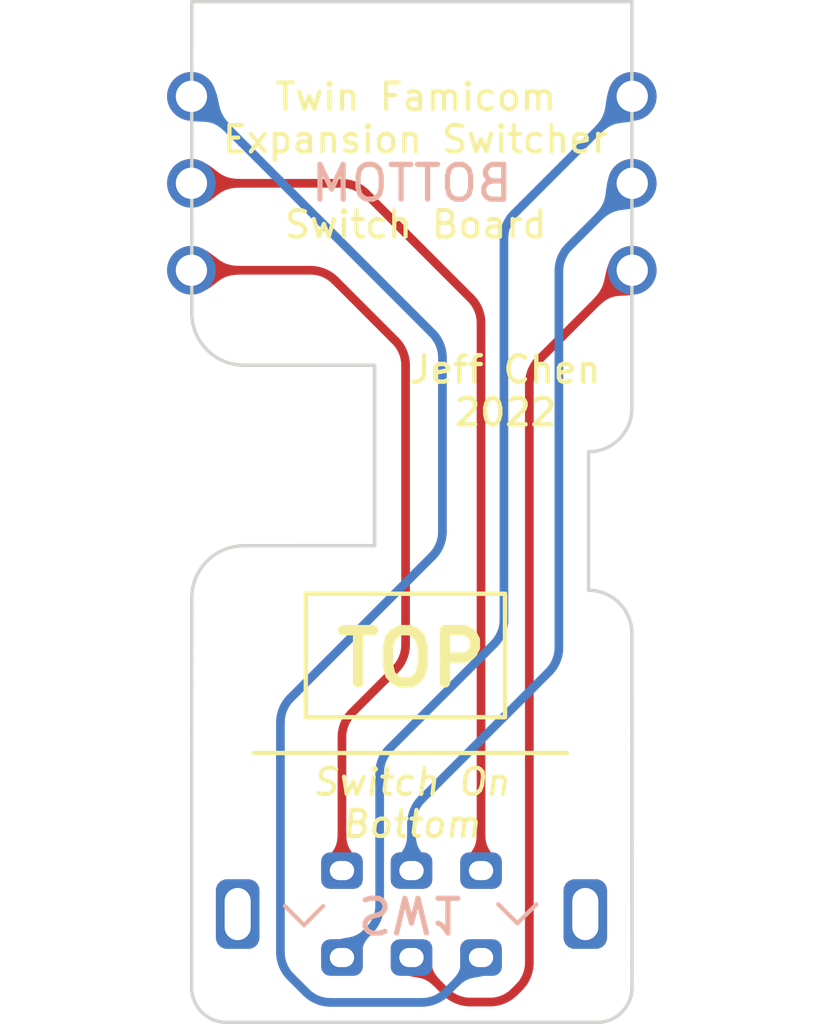
<source format=kicad_pcb>
(kicad_pcb (version 20211014) (generator pcbnew)
  (title_block (title "Twin Famicom Expansion Switcher Switch Board") (date "2022-12-01") (rev "1") (company "Jeff Chen"))
  (layers (0 "F.Cu" signal "Front") (31 "B.Cu" signal "Back") (34 "B.Paste" user) (35 "F.Paste" user) (36 "B.SilkS" user "B.Silkscreen") (37 "F.SilkS" user "F.Silkscreen") (38 "B.Mask" user) (39 "F.Mask" user) (44 "Edge.Cuts" user))
  (net 0 "")
  (net 1 "/P1D1 IN")
  (net 2 "/P1D1 TO GATE")
  (net 3 "/P1D1 TO SELF")
  (net 4 "/P2D1 IN")
  (net 5 "/P2D1 TO GATE")
  (net 6 "/P2D1 TO SELF")
  (footprint "DA15_Fix:Short Via" (layer "F.Cu") (at 133.99 97.63)
    (fp_text reference "J10" hide)
    (fp_text value "P1D1 TO GATE")
    (pad "1" thru_hole circle (at 0 0) (size 1.4 1.4) (drill 0.9) (layers *.Cu *.Mask) (net 2 "/P1D1 TO GATE"))
  )
  (footprint "LOGO" (layer "F.Cu") (at 140.33 104.57)
    (fp_text reference "G***" hide)
    (fp_text value "LOGO" hide)
  )
  (footprint "DA15_Fix:Short Via" (layer "F.Cu") (at 146.67 92.63)
    (fp_text reference "J13" hide)
    (fp_text value "P2D1 TO GATE")
    (pad "1" thru_hole circle (at 0 0) (size 1.4 1.4) (drill 0.9) (layers *.Cu *.Mask) (net 5 "/P2D1 TO GATE"))
  )
  (footprint "DA15_Fix:Short Via" (layer "F.Cu") (at 133.99 95.13)
    (fp_text reference "J11" hide)
    (fp_text value "P1D1 TO SELF")
    (pad "1" thru_hole circle (at 0 0) (size 1.4 1.4) (drill 0.9) (layers *.Cu *.Mask) (net 3 "/P1D1 TO SELF"))
  )
  (footprint "DA15_Fix:Short Via" (layer "F.Cu") (at 146.67 95.13)
    (fp_text reference "J9" hide)
    (fp_text value "P1D1 IN")
    (pad "1" thru_hole circle (at 0 0) (size 1.4 1.4) (drill 0.9) (layers *.Cu *.Mask) (net 1 "/P1D1 IN"))
  )
  (footprint "DA15_Fix:Short Via" (layer "F.Cu") (at 146.67 97.63)
    (fp_text reference "J12" hide)
    (fp_text value "P2D1 IN")
    (pad "1" thru_hole circle (at 0 0) (size 1.4 1.4) (drill 0.9) (layers *.Cu *.Mask) (net 4 "/P2D1 IN"))
  )
  (footprint "DA15_Fix:Short Via" (layer "F.Cu") (at 133.99 92.63)
    (fp_text reference "J14" hide)
    (fp_text value "P2D1 TO SELF")
    (pad "1" thru_hole circle (at 0 0) (size 1.4 1.4) (drill 0.9) (layers *.Cu *.Mask) (net 6 "/P2D1 TO SELF"))
  )
  (footprint "DA15_Fix:EG2208_DPDT_Switch" (layer "B.Cu") (at 140.32 116.14)
    (fp_text reference "SW1" (at 0 0 180 unlocked) (layer "B.SilkS") (effects (justify mirror)))
    (fp_text value "EG2208")
    (fp_line (start -3.09 0.32) (end -2.54 -0.23) (layer "B.SilkS") (width 0.12))
    (fp_line (start 3.045 0.265) (end 3.595 -0.285) (layer "B.SilkS") (width 0.12))
    (fp_line (start 2.495 -0.285) (end 3.045 0.265) (layer "B.SilkS") (width 0.12))
    (fp_line (start -3.64 -0.23) (end -3.09 0.32) (layer "B.SilkS") (width 0.12))
    (pad "1" thru_hole roundrect (at 2 -1.25 180) (size 1.2 1.05) (drill oval 0.7 0.55) (layers *.Cu *.Mask) (net 3 "/P1D1 TO SELF"))
    (pad "2" thru_hole roundrect (at 0 -1.25 180) (size 1.2 1.05) (drill oval 0.7 0.55) (layers *.Cu *.Mask) (net 1 "/P1D1 IN"))
    (pad "3" thru_hole roundrect (at -2 -1.25 180) (size 1.2 1.05) (drill oval 0.7 0.55) (layers *.Cu *.Mask) (net 2 "/P1D1 TO GATE"))
    (pad "4" thru_hole roundrect (at 2 1.25 180) (size 1.2 1.05) (drill oval 0.7 0.55) (layers *.Cu *.Mask) (net 6 "/P2D1 TO SELF"))
    (pad "5" thru_hole roundrect (at 0 1.25 180) (size 1.2 1.05) (drill oval 0.7 0.55) (layers *.Cu *.Mask) (net 4 "/P2D1 IN"))
    (pad "6" thru_hole roundrect (at -2 1.25 180) (size 1.2 1.05) (drill oval 0.7 0.55) (layers *.Cu *.Mask) (net 5 "/P2D1 TO GATE"))
    (pad "7" thru_hole roundrect (at 5 0) (size 1.25 2) (drill oval 0.75 1.5) (layers *.Cu *.Mask))
    (pad "8" thru_hole roundrect (at -5 0) (size 1.25 2) (drill oval 0.75 1.5) (layers *.Cu *.Mask))
  )
  (gr_line (start 135.78 111.51) (end 144.79 111.51) (layer "F.SilkS") (width 0.127))
  (gr_rect (start 137.28 106.93) (end 143.01 110.48) (layer "F.SilkS") (width 0.127) (fill none))
  (gr_line (start 134.997141 119.252908) (end 145.662859 119.252908) (layer "Edge.Cuts") (width 0.1))
  (gr_line (start 145.41 106.83) (end 145.41 102.85) (layer "Edge.Cuts") (width 0.1))
  (gr_arc (start 135.50066 100.35934) (mid 134.44 99.92) (end 134.00066 98.85934) (layer "Edge.Cuts") (width 0.1))
  (gr_line (start 139.26 100.36) (end 139.26 105.55) (layer "Edge.Cuts") (width 0.1))
  (gr_arc (start 146.66 101.6) (mid 146.293883 102.483883) (end 145.41 102.85) (layer "Edge.Cuts") (width 0.1))
  (gr_arc (start 134.997141 119.252908) (mid 134.29 118.96) (end 133.997092 118.252859) (layer "Edge.Cuts") (width 0.1))
  (gr_arc (start 146.662908 118.252859) (mid 146.37 118.96) (end 145.662859 119.252908) (layer "Edge.Cuts") (width 0.1))
  (gr_line (start 139.26 105.55) (end 135.50066 105.55066) (layer "Edge.Cuts") (width 0.1))
  (gr_line (start 146.66 101.6) (end 146.66 89.91) (layer "Edge.Cuts") (width 0.1))
  (gr_line (start 146.662908 118.252859) (end 146.66 108.08) (layer "Edge.Cuts") (width 0.1))
  (gr_line (start 134 89.91) (end 134.00066 98.85934) (layer "Edge.Cuts") (width 0.1))
  (gr_line (start 134.00066 107.05066) (end 133.997092 118.252859) (layer "Edge.Cuts") (width 0.1))
  (gr_arc (start 145.41 106.83) (mid 146.293883 107.196117) (end 146.66 108.08) (layer "Edge.Cuts") (width 0.1))
  (gr_line (start 146.66 89.91) (end 134 89.91) (layer "Edge.Cuts") (width 0.1))
  (gr_line (start 135.50066 100.35934) (end 139.26 100.36) (layer "Edge.Cuts") (width 0.1))
  (gr_arc (start 134.00066 107.05066) (mid 134.44 105.99) (end 135.50066 105.55066) (layer "Edge.Cuts") (width 0.1))
  (gr_text "BOTTOM" (at 140.33 95.13) (layer "B.SilkS") (effects (font (size 1 1)) (justify mirror)))
  (gr_text "Twin Famicom\nExpansion Switcher\n\nSwitch Board" (at 140.44 94.48) (layer "F.SilkS") (effects (font (size 0.76 0.76) (thickness 0.12))))
  (gr_text "TOP" (at 140.32 108.8) (layer "F.SilkS") (effects (font (size 1.5 1.5) (thickness 0.3))))
  (gr_text "Switch On\nBottom" (at 140.32 112.95) (layer "F.SilkS") (effects (font (size 0.75 0.75) (thickness 0.12) italic)))
  (gr_text "Jeff Chen\n2022" (at 143.02 101.1) (layer "F.SilkS") (effects (font (size 0.762 0.762) (thickness 0.127))))
  (segment (start 140.612893 112.837107) (end 144.267107 109.182893) (width 0.25) (layer "B.Cu") (net 1))
  (segment (start 146.46 95.34) (end 146.46 95.13) (width 0.25) (layer "B.Cu") (net 1))
  (segment (start 140.32 114.89) (end 140.32 113.544214) (width 0.25) (layer "B.Cu") (net 1))
  (segment (start 144.56 108.475786) (end 144.56 97.654214) (width 0.25) (layer "B.Cu") (net 1))
  (segment (start 144.852893 96.947107) (end 146.46 95.34) (width 0.25) (layer "B.Cu") (net 1))
  (arc (start 144.56 108.475786) (mid 144.48388 108.858469) (end 144.267107 109.182893) (width 0.25) (layer "B.Cu") (net 1))
  (arc (start 140.32 113.544214) (mid 140.39612 113.161531) (end 140.612893 112.837107) (width 0.25) (layer "B.Cu") (net 1))
  (arc (start 144.56 97.654214) (mid 144.63612 97.271531) (end 144.852893 96.947107) (width 0.25) (layer "B.Cu") (net 1))
  (segment (start 137.415786 97.63) (end 134.125569 97.63) (width 0.25) (layer "F.Cu") (net 2))
  (segment (start 139.857107 99.657107) (end 138.122893 97.922893) (width 0.25) (layer "F.Cu") (net 2))
  (segment (start 138.32 114.89) (end 138.32 111.054214) (width 0.25) (layer "F.Cu") (net 2))
  (segment (start 140.15 108.395786) (end 140.15 100.364214) (width 0.25) (layer "F.Cu") (net 2))
  (segment (start 138.612893 110.347107) (end 139.857107 109.102893) (width 0.25) (layer "F.Cu") (net 2))
  (arc (start 140.15 108.395786) (mid 140.07388 108.778469) (end 139.857107 109.102893) (width 0.25) (layer "F.Cu") (net 2))
  (arc (start 138.32 111.054214) (mid 138.39612 110.671531) (end 138.612893 110.347107) (width 0.25) (layer "F.Cu") (net 2))
  (arc (start 139.857107 99.657107) (mid 140.07388 99.98153) (end 140.15 100.364214) (width 0.25) (layer "F.Cu") (net 2))
  (arc (start 138.122893 97.922893) (mid 137.79847 97.70612) (end 137.415786 97.63) (width 0.25) (layer "F.Cu") (net 2))
  (segment (start 138.305786 95.13) (end 134.125385 95.13) (width 0.25) (layer "F.Cu") (net 3))
  (segment (start 142.32 114.89) (end 142.32 99.144214) (width 0.25) (layer "F.Cu") (net 3))
  (segment (start 142.027107 98.437107) (end 139.012893 95.422893) (width 0.25) (layer "F.Cu") (net 3))
  (arc (start 139.012893 95.422893) (mid 138.68847 95.20612) (end 138.305786 95.13) (width 0.25) (layer "F.Cu") (net 3))
  (arc (start 142.027107 98.437107) (mid 142.24388 98.76153) (end 142.32 99.144214) (width 0.25) (layer "F.Cu") (net 3))
  (segment (start 143.71 117.535786) (end 143.71 100.894214) (width 0.25) (layer "F.Cu") (net 4))
  (segment (start 146.535 97.655) (end 146.535 97.63) (width 0.25) (layer "F.Cu") (net 4))
  (segment (start 144.002893 100.187107) (end 146.535 97.655) (width 0.25) (layer "F.Cu") (net 4))
  (segment (start 142.014214 118.67) (end 142.575786 118.67) (width 0.25) (layer "F.Cu") (net 4))
  (segment (start 140.32 117.39) (end 141.307107 118.377107) (width 0.25) (layer "F.Cu") (net 4))
  (segment (start 143.282893 118.377107) (end 143.417107 118.242893) (width 0.25) (layer "F.Cu") (net 4))
  (arc (start 141.307107 118.377107) (mid 141.63153 118.59388) (end 142.014214 118.67) (width 0.25) (layer "F.Cu") (net 4))
  (arc (start 143.71 100.894214) (mid 143.78612 100.511531) (end 144.002893 100.187107) (width 0.25) (layer "F.Cu") (net 4))
  (arc (start 143.282893 118.377107) (mid 142.95847 118.59388) (end 142.575786 118.67) (width 0.25) (layer "F.Cu") (net 4))
  (arc (start 143.417107 118.242893) (mid 143.63388 117.91847) (end 143.71 117.535786) (width 0.25) (layer "F.Cu") (net 4))
  (segment (start 142.98 107.675786) (end 142.98 96.714214) (width 0.25) (layer "B.Cu") (net 5))
  (segment (start 139.697893 111.372107) (end 142.687107 108.382893) (width 0.25) (layer "B.Cu") (net 5))
  (segment (start 146.535 92.745) (end 146.535 92.63) (width 0.25) (layer "B.Cu") (net 5))
  (segment (start 138.32 117.39) (end 139.112107 116.597893) (width 0.25) (layer "B.Cu") (net 5))
  (segment (start 143.272893 96.007107) (end 146.535 92.745) (width 0.25) (layer "B.Cu") (net 5))
  (segment (start 139.405 115.890786) (end 139.405 112.079214) (width 0.25) (layer "B.Cu") (net 5))
  (arc (start 142.98 96.714214) (mid 143.05612 96.331531) (end 143.272893 96.007107) (width 0.25) (layer "B.Cu") (net 5))
  (arc (start 139.697893 111.372107) (mid 139.48112 111.69653) (end 139.405 112.079214) (width 0.25) (layer "B.Cu") (net 5))
  (arc (start 139.112107 116.597893) (mid 139.32888 116.27347) (end 139.405 115.890786) (width 0.25) (layer "B.Cu") (net 5))
  (arc (start 142.687107 108.382893) (mid 142.90388 108.05847) (end 142.98 107.675786) (width 0.25) (layer "B.Cu") (net 5))
  (segment (start 136.842893 109.927107) (end 140.917107 105.852893) (width 0.25) (layer "B.Cu") (net 6))
  (segment (start 136.55 117.235786) (end 136.55 110.634214) (width 0.25) (layer "B.Cu") (net 6))
  (segment (start 140.917107 99.437107) (end 134.125202 92.645202) (width 0.25) (layer "B.Cu") (net 6))
  (segment (start 142.32 117.39) (end 141.322893 118.387107) (width 0.25) (layer "B.Cu") (net 6))
  (segment (start 141.21 105.145786) (end 141.21 100.144214) (width 0.25) (layer "B.Cu") (net 6))
  (segment (start 140.615786 118.68) (end 137.994214 118.68) (width 0.25) (layer "B.Cu") (net 6))
  (segment (start 134.125202 92.645202) (end 134.125201 92.629999) (width 0.25) (layer "B.Cu") (net 6))
  (segment (start 137.287107 118.387107) (end 136.842893 117.942893) (width 0.25) (layer "B.Cu") (net 6))
  (arc (start 136.842893 109.927107) (mid 136.62612 110.25153) (end 136.55 110.634214) (width 0.25) (layer "B.Cu") (net 6))
  (arc (start 141.21 100.144214) (mid 141.13388 99.761531) (end 140.917107 99.437107) (width 0.25) (layer "B.Cu") (net 6))
  (arc (start 137.287107 118.387107) (mid 137.61153 118.60388) (end 137.994214 118.68) (width 0.25) (layer "B.Cu") (net 6))
  (arc (start 140.615786 118.68) (mid 140.998469 118.60388) (end 141.322893 118.387107) (width 0.25) (layer "B.Cu") (net 6))
  (arc (start 141.21 105.145786) (mid 141.13388 105.528469) (end 140.917107 105.852893) (width 0.25) (layer "B.Cu") (net 6))
  (arc (start 136.842893 117.942893) (mid 136.62612 117.61847) (end 136.55 117.235786) (width 0.25) (layer "B.Cu") (net 6))
  (zone (net 4) (net_name "/P2D1 IN") (layer "F.Cu") (priority 16962) (connect_pads yes (clearance 0)) (min_thickness 0.0254) (fill yes (thermal_gap 0.508) (thermal_bridge_width 0.508))
    (polygon (pts (xy 141.147314 118.040537) (xy 141.065239 117.951115) (xy 141.004557 117.869473) (xy 140.961325 117.793289) (xy 140.931597 117.720241) (xy 140.911429 117.648004) (xy 140.896876 117.574257) (xy 140.883993 117.496677) (xy 140.868837 117.41294) (xy 140.847461 117.320725) (xy 140.815923 117.217708) (xy 140.134385 117.204385) (xy 140.147708 117.885923) (xy 140.250725 117.917461) (xy 140.34294 117.938837) (xy 140.426677 117.953993) (xy 140.504257 117.966876) (xy 140.578004 117.981429) (xy 140.650241 118.001597) (xy 140.723289 118.031325) (xy 140.799473 118.074557) (xy 140.881115 118.135239) (xy 140.970537 118.217314)))
  )
  (zone (net 2) (net_name "/P1D1 TO GATE") (layer "F.Cu") (priority 16962) (connect_pads yes (clearance 0)) (min_thickness 0.0254) (fill yes (thermal_gap 0.508) (thermal_bridge_width 0.508))
    (polygon (pts (xy 135.395569 97.505) (xy 135.230565 97.497117) (xy 135.094589 97.474728) (xy 134.981334 97.439722) (xy 134.884496 97.393986) (xy 134.797769 97.339409) (xy 134.714848 97.27788) (xy 134.629428 97.211285) (xy 134.535204 97.141515) (xy 134.42587 97.070457) (xy 134.295122 97) (xy 133.64 97.63) (xy 134.295122 98.26) (xy 134.42587 98.189542) (xy 134.535204 98.118484) (xy 134.629428 98.048714) (xy 134.714848 97.982119) (xy 134.797769 97.92059) (xy 134.884496 97.866013) (xy 134.981334 97.820277) (xy 135.094589 97.785271) (xy 135.230565 97.762882) (xy 135.395569 97.755)))
  )
  (zone (net 2) (net_name "/P1D1 TO GATE") (layer "F.Cu") (priority 16962) (connect_pads yes (clearance 0)) (min_thickness 0.0254) (fill yes (thermal_gap 0.508) (thermal_bridge_width 0.508))
    (polygon (pts (xy 138.195 113.845) (xy 138.189804 113.966266) (xy 138.174983 114.066904) (xy 138.151683 114.151344) (xy 138.121051 114.224018) (xy 138.084233 114.289358) (xy 138.042376 114.351795) (xy 137.996628 114.415763) (xy 137.948134 114.485691) (xy 137.898043 114.566012) (xy 137.8475 114.661158) (xy 138.32 115.1525) (xy 138.7925 114.661158) (xy 138.741956 114.566012) (xy 138.691865 114.485691) (xy 138.643371 114.415763) (xy 138.597623 114.351795) (xy 138.555766 114.289358) (xy 138.518948 114.224018) (xy 138.488316 114.151344) (xy 138.465016 114.066904) (xy 138.450195 113.966266) (xy 138.445 113.845)))
  )
  (zone (net 3) (net_name "/P1D1 TO SELF") (layer "F.Cu") (priority 16962) (connect_pads yes (clearance 0)) (min_thickness 0.0254) (fill yes (thermal_gap 0.508) (thermal_bridge_width 0.508))
    (polygon (pts (xy 142.195 113.845) (xy 142.189804 113.966266) (xy 142.174983 114.066904) (xy 142.151683 114.151344) (xy 142.121051 114.224018) (xy 142.084233 114.289358) (xy 142.042376 114.351795) (xy 141.996628 114.415763) (xy 141.948134 114.485691) (xy 141.898043 114.566012) (xy 141.8475 114.661158) (xy 142.32 115.1525) (xy 142.7925 114.661158) (xy 142.741956 114.566012) (xy 142.691865 114.485691) (xy 142.643371 114.415763) (xy 142.597623 114.351795) (xy 142.555766 114.289358) (xy 142.518948 114.224018) (xy 142.488316 114.151344) (xy 142.465016 114.066904) (xy 142.450195 113.966266) (xy 142.445 113.845)))
  )
  (zone (net 4) (net_name "/P2D1 IN") (layer "F.Cu") (priority 16962) (connect_pads yes (clearance 0)) (min_thickness 0.0254) (fill yes (thermal_gap 0.508) (thermal_bridge_width 0.508))
    (polygon (pts (xy 145.711221 98.655556) (xy 145.829122 98.548846) (xy 145.937498 98.4725) (xy 146.039382 98.421164) (xy 146.137808 98.389486) (xy 146.23581 98.372113) (xy 146.336421 98.363692) (xy 146.442674 98.358871) (xy 146.557604 98.352297) (xy 146.684244 98.338617) (xy 146.825627 98.31248) (xy 146.943198 97.411225) (xy 146.038036 97.328968) (xy 145.978314 97.470108) (xy 145.937239 97.597039) (xy 145.908599 97.71291) (xy 145.88618 97.82087) (xy 145.863771 97.924065) (xy 145.835159 98.025645) (xy 145.794133 98.128758) (xy 145.73448 98.236553) (xy 145.649987 98.352177) (xy 145.534444 98.478779)))
  )
  (zone (net 3) (net_name "/P1D1 TO SELF") (layer "F.Cu") (priority 16962) (connect_pads yes (clearance 0)) (min_thickness 0.0254) (fill yes (thermal_gap 0.508) (thermal_bridge_width 0.508))
    (polygon (pts (xy 135.395385 95.005) (xy 135.230405 94.997116) (xy 135.09445 94.974725) (xy 134.981214 94.939716) (xy 134.884394 94.893977) (xy 134.797683 94.839397) (xy 134.714779 94.777866) (xy 134.629375 94.711271) (xy 134.535167 94.641503) (xy 134.425851 94.570449) (xy 134.295122 94.5) (xy 133.64 95.13) (xy 134.295122 95.76) (xy 134.425851 95.68955) (xy 134.535167 95.618496) (xy 134.629375 95.548728) (xy 134.714779 95.482133) (xy 134.797683 95.420602) (xy 134.884394 95.366022) (xy 134.981214 95.320283) (xy 135.09445 95.285274) (xy 135.230405 95.262883) (xy 135.395385 95.255)))
  )
  (zone (net 1) (net_name "/P1D1 IN") (layer "B.Cu") (priority 16962) (connect_pads yes (clearance 0)) (min_thickness 0.0254) (fill yes (thermal_gap 0.508) (thermal_bridge_width 0.508))
    (polygon (pts (xy 145.763501 96.213276) (xy 145.885873 96.102041) (xy 145.997957 96.021595) (xy 146.102882 95.966144) (xy 146.203776 95.929896) (xy 146.303768 95.907056) (xy 146.405988 95.891832) (xy 146.513565 95.878431) (xy 146.629626 95.861059) (xy 146.757302 95.833923) (xy 146.899722 95.791231) (xy 146.917487 94.882513) (xy 146.008769 94.900278) (xy 145.966076 95.042697) (xy 145.93894 95.170373) (xy 145.921568 95.286434) (xy 145.908167 95.394011) (xy 145.892943 95.496231) (xy 145.870103 95.596223) (xy 145.833855 95.697117) (xy 145.778404 95.802042) (xy 145.697958 95.914126) (xy 145.586724 96.036499)))
  )
  (zone (net 6) (net_name "/P2D1 TO SELF") (layer "B.Cu") (priority 16962) (connect_pads yes (clearance 0)) (min_thickness 0.0254) (fill yes (thermal_gap 0.508) (thermal_bridge_width 0.508))
    (polygon (pts (xy 135.125758 93.468981) (xy 135.010354 93.342471) (xy 134.92601 93.226903) (xy 134.866471 93.119158) (xy 134.825477 93.016116) (xy 134.796773 92.91466) (xy 134.7741 92.811669) (xy 134.751203 92.704024) (xy 134.721823 92.588608) (xy 134.679704 92.4623) (xy 134.618589 92.321983) (xy 133.714395 92.414266) (xy 133.841946 93.314163) (xy 133.982437 93.338498) (xy 134.108314 93.350641) (xy 134.222576 93.3559) (xy 134.32822 93.359582) (xy 134.428243 93.366994) (xy 134.525644 93.383443) (xy 134.623421 93.414236) (xy 134.72457 93.464682) (xy 134.832091 93.540087) (xy 134.948981 93.645758)))
  )
  (zone (net 5) (net_name "/P2D1 TO GATE") (layer "B.Cu") (priority 16962) (connect_pads yes (clearance 0)) (min_thickness 0.0254) (fill yes (thermal_gap 0.508) (thermal_bridge_width 0.508))
    (polygon (pts (xy 138.970537 116.562686) (xy 138.881115 116.64476) (xy 138.799473 116.705442) (xy 138.723289 116.748674) (xy 138.650241 116.778402) (xy 138.578004 116.79857) (xy 138.504257 116.813123) (xy 138.426677 116.826006) (xy 138.34294 116.841162) (xy 138.250725 116.862538) (xy 138.147708 116.894077) (xy 138.134385 117.575615) (xy 138.815923 117.562292) (xy 138.847461 117.459274) (xy 138.868837 117.367059) (xy 138.883993 117.283322) (xy 138.896876 117.205742) (xy 138.911429 117.131995) (xy 138.931597 117.059758) (xy 138.961325 116.98671) (xy 139.004557 116.910526) (xy 139.065239 116.828884) (xy 139.147314 116.739463)))
  )
  (zone (net 6) (net_name "/P2D1 TO SELF") (layer "B.Cu") (priority 16962) (connect_pads yes (clearance 0)) (min_thickness 0.0254) (fill yes (thermal_gap 0.508) (thermal_bridge_width 0.508))
    (polygon (pts (xy 141.669463 118.217314) (xy 141.758884 118.135239) (xy 141.840526 118.074557) (xy 141.91671 118.031325) (xy 141.989758 118.001597) (xy 142.061995 117.981429) (xy 142.135742 117.966876) (xy 142.213322 117.953993) (xy 142.297059 117.938837) (xy 142.389274 117.917461) (xy 142.492292 117.885923) (xy 142.505615 117.204385) (xy 141.824077 117.217708) (xy 141.792538 117.320725) (xy 141.771162 117.41294) (xy 141.756006 117.496677) (xy 141.743123 117.574257) (xy 141.72857 117.648004) (xy 141.708402 117.720241) (xy 141.678674 117.793289) (xy 141.635442 117.869473) (xy 141.57476 117.951115) (xy 141.492686 118.040537)))
  )
  (zone (net 1) (net_name "/P1D1 IN") (layer "B.Cu") (priority 16962) (connect_pads yes (clearance 0)) (min_thickness 0.0254) (fill yes (thermal_gap 0.508) (thermal_bridge_width 0.508))
    (polygon (pts (xy 140.195 113.845) (xy 140.189804 113.966266) (xy 140.174983 114.066904) (xy 140.151683 114.151344) (xy 140.121051 114.224018) (xy 140.084233 114.289358) (xy 140.042376 114.351795) (xy 139.996628 114.415763) (xy 139.948134 114.485691) (xy 139.898043 114.566012) (xy 139.8475 114.661158) (xy 140.32 115.1525) (xy 140.7925 114.661158) (xy 140.741956 114.566012) (xy 140.691865 114.485691) (xy 140.643371 114.415763) (xy 140.597623 114.351795) (xy 140.555766 114.289358) (xy 140.518948 114.224018) (xy 140.488316 114.151344) (xy 140.465016 114.066904) (xy 140.450195 113.966266) (xy 140.445 113.845)))
  )
  (zone (net 5) (net_name "/P2D1 TO GATE") (layer "B.Cu") (priority 16962) (connect_pads yes (clearance 0)) (min_thickness 0.0254) (fill yes (thermal_gap 0.508) (thermal_bridge_width 0.508))
    (polygon (pts (xy 145.753648 93.703129) (xy 145.875218 93.592707) (xy 145.986635 93.513009) (xy 146.091015 93.458318) (xy 146.191474 93.42292) (xy 146.29113 93.401101) (xy 146.393099 93.387148) (xy 146.500498 93.375345) (xy 146.616445 93.359978) (xy 146.744056 93.335332) (xy 146.886448 93.295695) (xy 146.922388 92.387514) (xy 146.013497 92.387096) (xy 145.967741 92.529449) (xy 145.938107 92.657118) (xy 145.918724 92.773239) (xy 145.90372 92.880952) (xy 145.887225 92.983393) (xy 145.863366 93.0837) (xy 145.826272 93.185012) (xy 145.770073 93.290466) (xy 145.688896 93.4032) (xy 145.576871 93.526352)))
  )
)
</source>
